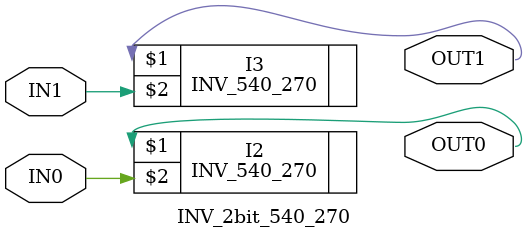
<source format=v>
`timescale 1ns / 1ns 

module INV_2bit_540_270 ( OUT0, OUT1, IN0, IN1 );
output  OUT0, OUT1;

input  IN0, IN1;


specify 
    specparam CDS_LIBNAME  = "ECE555";
    specparam CDS_CELLNAME = "INV_2bit_540_270";
    specparam CDS_VIEWNAME = "schematic";
endspecify

INV_540_270 I2 ( OUT0, IN0);
INV_540_270 I3 ( OUT1, IN1);

endmodule

</source>
